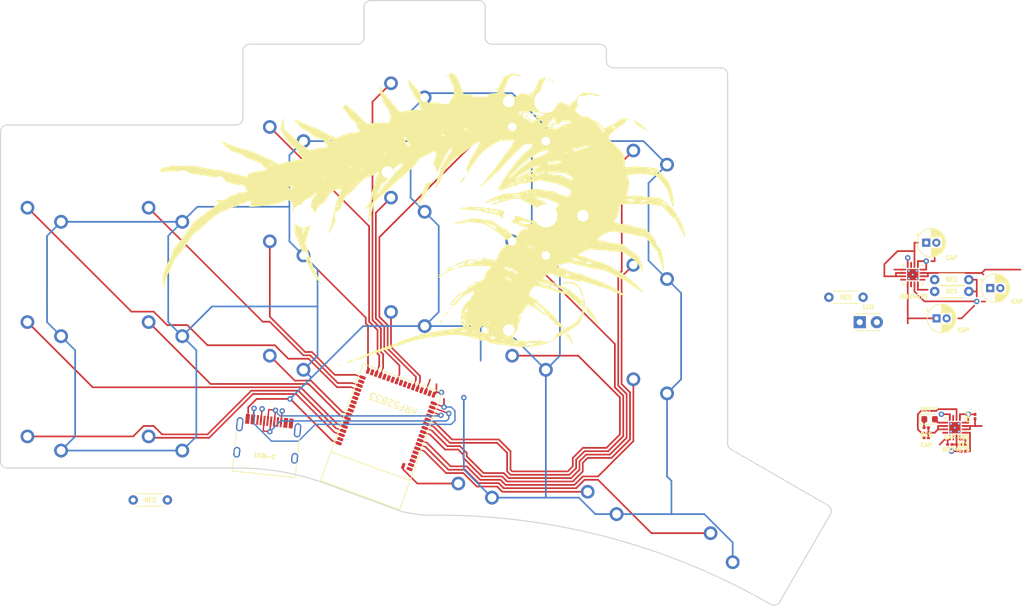
<source format=kicad_pcb>
(kicad_pcb (version 20211014) (generator pcbnew)
  (title_block (title "Custom Split Keyboard") (rev "v0.0.2") (company "Austin Rognes"))
  (layers (0 "F.Cu" signal) (31 "B.Cu" signal) (34 "B.Paste" user) (35 "F.Paste" user) (36 "B.SilkS" user "B.Silkscreen") (37 "F.SilkS" user "F.Silkscreen") (38 "B.Mask" user) (39 "F.Mask" user) (44 "Edge.Cuts" user))
  (net 0 "")
  (net 1 "GND")
  (net 2 "K1")
  (net 3 "K2")
  (net 4 "K3")
  (net 5 "K4")
  (net 6 "K5")
  (net 7 "K6")
  (net 8 "K7")
  (net 9 "K8")
  (net 10 "K9")
  (net 11 "K10")
  (net 12 "K11")
  (net 13 "K12")
  (net 14 "K13")
  (net 15 "VDDH")
  (net 16 "VBUS")
  (net 17 "D-")
  (net 18 "D+")
  (net 19 "K14")
  (net 20 "K15")
  (net 21 "K16")
  (net 22 "K17")
  (net 23 "K18")
  (net 24 "K19")
  (net 25 "K20")
  (net 26 "K21")
  (net 27 "VBAT")
  (footprint "PG1350" (layer "F.Cu") (at 130 109 180)
    (fp_text reference "S2" hide)
    (fp_text value "" hide)
  )
  (footprint "PG1350" (layer "F.Cu") (at 178.03 130.65 -15)
    (fp_text reference "S1" hide)
    (fp_text value "" hide)
  )
  (footprint "Capacitor_THT:CP_Radial_D4.0mm_P1.50mm" (layer "F.Cu") (at 232 102.75)
    (fp_text reference "CAP")
    (fp_text value "CAP")
  )
  (footprint "PG1350" (layer "F.Cu") (at 166 109 180)
    (fp_text reference "S2" hide)
    (fp_text value "" hide)
  )
  (footprint "Desktop:Untitled" (layer "F.Cu") (at 147 96.25)
    (fp_text reference "CENTIPEDE" hide)
    (fp_text value "LOGO" hide)
  )
  (footprint "PG1350" (layer "F.Cu") (at 158 128 180)
    (fp_text reference "S2" hide)
    (fp_text value "" hide)
  )
  (footprint "PG1350" (layer "F.Cu") (at 94 121 180)
    (fp_text reference "S2" hide)
    (fp_text value "" hide)
  )
  (footprint "Resistor_THT:R_Axial_DIN0204_L3.6mm_D1.6mm_P5.08mm_Horizontal" (layer "F.Cu") (at 104.71 134.25)
    (fp_text reference "RES")
    (fp_text value "RES")
  )
  (footprint "Resistor_SMD:R_0201_0603Metric" (layer "F.Cu") (at 228 127)
    (fp_text reference "RES")
    (fp_text value "R_0201_0603Metric")
  )
  (footprint "Capacitor_SMD:C_0201_0603Metric" (layer "F.Cu") (at 222.5 125 180)
    (fp_text reference "CAP")
    (fp_text value "C_0201_0603Metric")
  )
  (footprint "Resistor_SMD:R_0201_0603Metric" (layer "F.Cu") (at 222.5 123.5 180)
    (fp_text reference "RES")
    (fp_text value "R_0201_0603Metric")
  )
  (footprint "BQ24075TRGTT:QFN50P300X300X100-17N" (layer "F.Cu") (at 226.75 123.5 180)
    (fp_text reference "BQ24075")
    (fp_text value "BQ24075")
  )
  (footprint "PG1350" (layer "F.Cu") (at 178.03 130.65 165)
    (fp_text reference "S2" hide)
    (fp_text value "" hide)
  )
  (footprint "PG1350" (layer "F.Cu") (at 184 112.5 180)
    (fp_text reference "S2" hide)
    (fp_text value "" hide)
  )
  (footprint "LED_THT:LED_D1.8mm_W3.3mm_H2.4mm" (layer "F.Cu") (at 212.625 107.82)
    (fp_text reference "LED")
    (fp_text value "LED")
  )
  (footprint "PG1350" (layer "F.Cu") (at 166 109)
    (fp_text reference "S1" hide)
    (fp_text value "" hide)
  )
  (footprint "PG1350" (layer "F.Cu") (at 148 85.5)
    (fp_text reference "S1" hide)
    (fp_text value "" hide)
  )
  (footprint "PG1350" (layer "F.Cu") (at 166 92 180)
    (fp_text reference "S2" hide)
    (fp_text value "" hide)
  )
  (footprint "PG1350" (layer "F.Cu") (at 166 75 180)
    (fp_text reference "S2" hide)
    (fp_text value "" hide)
  )
  (footprint "PG1350" (layer "F.Cu") (at 94 121)
    (fp_text reference "S1" hide)
    (fp_text value "" hide)
  )
  (footprint "PG1350" (layer "F.Cu") (at 166 92)
    (fp_text reference "S1" hide)
    (fp_text value "" hide)
  )
  (footprint "Resistor_THT:R_Axial_DIN0204_L3.6mm_D1.6mm_P5.08mm_Horizontal" (layer "F.Cu") (at 208.04 104.11)
    (fp_text reference "RES")
    (fp_text value "RES")
  )
  (footprint "PG1350" (layer "F.Cu") (at 148 68.5 180)
    (fp_text reference "S2" hide)
    (fp_text value "" hide)
  )
  (footprint "Connector_USB:USB_C_Receptacle_HRO_TYPE-C-31-M-12" (layer "F.Cu") (at 124.5 126.557263 -6)
    (fp_text reference "USB-C")
    (fp_text value "USB_C")
  )
  (footprint "PG1350" (layer "F.Cu") (at 94 104 180)
    (fp_text reference "S2" hide)
    (fp_text value "" hide)
  )
  (footprint "0_ARognes:MS88SF3_Min" (layer "F.Cu") (at 141.563578 124.817251 160)
    (fp_text reference "nRF52833")
    (fp_text value "MS88SF3_Min")
  )
  (footprint "PG1350" (layer "F.Cu") (at 94 87 180)
    (fp_text reference "S2" hide)
    (fp_text value "" hide)
  )
  (footprint "PG1350" (layer "F.Cu") (at 196.7 138.39 -30)
    (fp_text reference "S1" hide)
    (fp_text value "" hide)
  )
  (footprint "PG1350" (layer "F.Cu") (at 112 104)
    (fp_text reference "S1" hide)
    (fp_text value "" hide)
  )
  (footprint "Capacitor_THT:CP_Radial_D4.0mm_P1.50mm" (layer "F.Cu") (at 224.027401 107.25)
    (fp_text reference "CAP")
    (fp_text value "CAP")
  )
  (footprint "Resistor_SMD:R_0201_0603Metric" (layer "F.Cu") (at 228 126)
    (fp_text reference "RES")
    (fp_text value "R_0201_0603Metric")
  )
  (footprint "PG1350" (layer "F.Cu") (at 148 102.5)
    (fp_text reference "S1" hide)
    (fp_text value "" hide)
  )
  (footprint "LED_SMD:LED_0603_1608Metric" (layer "F.Cu") (at 223 122.25)
    (fp_text reference "REF**")
    (fp_text value "LED_0603_1608Metric")
  )
  (footprint "Resistor_THT:R_Axial_DIN0204_L3.6mm_D1.6mm_P5.08mm_Horizontal" (layer "F.Cu") (at 223.75 103.25)
    (fp_text reference "RES")
    (fp_text value "RES")
  )
  (footprint "PG1350" (layer "F.Cu") (at 148 85.5 180)
    (fp_text reference "S2" hide)
    (fp_text value "" hide)
  )
  (footprint "PG1350" (layer "F.Cu") (at 130 75 180)
    (fp_text reference "S2" hide)
    (fp_text value "" hide)
  )
  (footprint "PG1350" (layer "F.Cu") (at 130 92 180)
    (fp_text reference "S2" hide)
    (fp_text value "" hide)
  )
  (footprint "PG1350" (layer "F.Cu") (at 112 87 180)
    (fp_text reference "S2" hide)
    (fp_text value "" hide)
  )
  (footprint "PG1350" (layer "F.Cu") (at 94 87)
    (fp_text reference "S1" hide)
    (fp_text value "" hide)
  )
  (footprint "PG1350" (layer "F.Cu") (at 130 109)
    (fp_text reference "S1" hide)
    (fp_text value "" hide)
  )
  (footprint "PG1350" (layer "F.Cu") (at 148 102.5 180)
    (fp_text reference "S2" hide)
    (fp_text value "" hide)
  )
  (footprint "PG1350" (layer "F.Cu") (at 184 95.5)
    (fp_text reference "S1" hide)
    (fp_text value "" hide)
  )
  (footprint "PG1350" (layer "F.Cu") (at 184 78.5 180)
    (fp_text reference "S2" hide)
    (fp_text value "" hide)
  )
  (footprint "PG1350" (layer "F.Cu") (at 184 95.5 180)
    (fp_text reference "S2" hide)
    (fp_text value "" hide)
  )
  (footprint "PG1350" (layer "F.Cu") (at 112 121 180)
    (fp_text reference "S2" hide)
    (fp_text value "" hide)
  )
  (footprint "Resistor_THT:R_Axial_DIN0204_L3.6mm_D1.6mm_P5.08mm_Horizontal" (layer "F.Cu") (at 223.75 101.5)
    (fp_text reference "RES")
    (fp_text value "RES")
  )
  (footprint "PG1350" (layer "F.Cu") (at 94 104)
    (fp_text reference "S1" hide)
    (fp_text value "" hide)
  )
  (footprint "Capacitor_SMD:C_0201_0603Metric" (layer "F.Cu") (at 229.75 121.845 90)
    (fp_text reference "CAP")
    (fp_text value "C_0201_0603Metric")
  )
  (footprint "PG1350" (layer "F.Cu") (at 130 92)
    (fp_text reference "S1" hide)
    (fp_text value "" hide)
  )
  (footprint "PG1350" (layer "F.Cu") (at 112 121)
    (fp_text reference "S1" hide)
    (fp_text value "" hide)
  )
  (footprint "PG1350" (layer "F.Cu") (at 158 128)
    (fp_text reference "S1" hide)
    (fp_text value "" hide)
  )
  (footprint "BQ24075TRGTT:QFN50P300X300X100-17N" (layer "F.Cu") (at 220.5 100.75 180)
    (fp_text reference "BQ24075")
    (fp_text value "BQ24075")
  )
  (footprint "PG1350" (layer "F.Cu") (at 196.7 138.39 150)
    (fp_text reference "S2" hide)
    (fp_text value "" hide)
  )
  (footprint "PG1350" (layer "F.Cu") (at 112 87)
    (fp_text reference "S1" hide)
    (fp_text value "" hide)
  )
  (footprint "PG1350" (layer "F.Cu") (at 130 75)
    (fp_text reference "S1" hide)
    (fp_text value "" hide)
  )
  (footprint "PG1350" (layer "F.Cu") (at 148 68.5)
    (fp_text reference "S1" hide)
    (fp_text value "" hide)
  )
  (footprint "Capacitor_THT:CP_Radial_D4.0mm_P1.50mm" (layer "F.Cu") (at 222.5 96)
    (fp_text reference "CAP")
    (fp_text value "CAP")
  )
  (footprint "PG1350" (layer "F.Cu") (at 112 104 180)
    (fp_text reference "S2" hide)
    (fp_text value "" hide)
  )
  (footprint "PG1350" (layer "F.Cu") (at 166 75)
    (fp_text reference "S1" hide)
    (fp_text value "" hide)
  )
  (footprint "PG1350" (layer "F.Cu") (at 184 112.5)
    (fp_text reference "S1" hide)
    (fp_text value "" hide)
  )
  (footprint "PG1350" (layer "F.Cu") (at 184 78.5)
    (fp_text reference "S1" hide)
    (fp_text value "" hide)
  )
  (footprint "Capacitor_SMD:C_0201_0603Metric" (layer "F.Cu") (at 226 126)
    (fp_text reference "CAP")
    (fp_text value "C_0201_0603Metric")
  )
  (gr_line (start 139 61) (end 139 65.5) (layer "Edge.Cuts") (width 0.15))
  (gr_line (start 175 69) (end 175 67.5) (layer "Edge.Cuts") (width 0.15))
  (gr_arc (start 158 66.5) (mid 157.292893 66.207107) (end 157 65.5) (layer "Edge.Cuts") (width 0.15))
  (gr_arc (start 176 70) (mid 175.292893 69.707107) (end 175 69) (layer "Edge.Cuts") (width 0.15))
  (gr_line (start 192 70) (end 176 70) (layer "Edge.Cuts") (width 0.15))
  (gr_arc (start 86 129.5) (mid 85.292893 129.207107) (end 85 128.5) (layer "Edge.Cuts") (width 0.15))
  (gr_line (start 174 66.5) (end 158 66.5) (layer "Edge.Cuts") (width 0.15))
  (gr_arc (start 149 136.51) (mid 175.078698 139.752934) (end 199.379999 149.756025) (layer "Edge.Cuts") (width 0.15))
  (gr_line (start 132.7 131.6) (end 144.4 135.9) (layer "Edge.Cuts") (width 0.15))
  (gr_arc (start 120 129.5) (mid 126.441432 129.997057) (end 132.7 131.6) (layer "Edge.Cuts") (width 0.15))
  (gr_arc (start 193.52 126.74) (mid 193.139935 126.377564) (end 193 125.871374) (layer "Edge.Cuts") (width 0.15))
  (gr_arc (start 174 66.5) (mid 174.707107 66.792893) (end 175 67.5) (layer "Edge.Cuts") (width 0.15))
  (gr_line (start 207.881923 135.029988) (end 193.52 126.74) (layer "Edge.Cuts") (width 0.15))
  (gr_line (start 138 66.5) (end 122 66.5) (layer "Edge.Cuts") (width 0.15))
  (gr_arc (start 192 70) (mid 192.707107 70.292893) (end 193 71) (layer "Edge.Cuts") (width 0.15))
  (gr_line (start 157 65.5) (end 157 61) (layer "Edge.Cuts") (width 0.15))
  (gr_arc (start 85 79.5) (mid 85.292893 78.792893) (end 86 78.5) (layer "Edge.Cuts") (width 0.15))
  (gr_line (start 86 78.5) (end 120 78.5) (layer "Edge.Cuts") (width 0.15))
  (gr_line (start 85 128.5) (end 85 79.5) (layer "Edge.Cuts") (width 0.15))
  (gr_arc (start 121 77.5) (mid 120.707107 78.207107) (end 120 78.5) (layer "Edge.Cuts") (width 0.15))
  (gr_arc (start 121 67.5) (mid 121.292893 66.792893) (end 122 66.5) (layer "Edge.Cuts") (width 0.15))
  (gr_line (start 121 67.5) (end 121 77.5) (layer "Edge.Cuts") (width 0.15))
  (gr_line (start 156 60) (end 140 60) (layer "Edge.Cuts") (width 0.15))
  (gr_arc (start 207.881923 135.029988) (mid 208.349989 135.64) (end 208.246719 136.401934) (layer "Edge.Cuts") (width 0.15))
  (gr_arc (start 139 61) (mid 139.292893 60.292893) (end 140 60) (layer "Edge.Cuts") (width 0.15))
  (gr_line (start 193 125.871374) (end 193 71) (layer "Edge.Cuts") (width 0.15))
  (gr_arc (start 156 60) (mid 156.707107 60.292893) (end 157 61) (layer "Edge.Cuts") (width 0.15))
  (gr_arc (start 139 65.5) (mid 138.707107 66.207107) (end 138 66.5) (layer "Edge.Cuts") (width 0.15))
  (gr_arc (start 200.746025 149.389999) (mid 200.138819 149.855926) (end 199.379999 149.756025) (layer "Edge.Cuts") (width 0.15))
  (gr_arc (start 149 136.51) (mid 146.679219 136.361702) (end 144.4 135.9) (layer "Edge.Cuts") (width 0.15))
  (gr_line (start 86 129.5) (end 120 129.5) (layer "Edge.Cuts") (width 0.15))
  (gr_line (start 200.746025 149.389999) (end 208.246719 136.401934) (layer "Edge.Cuts") (width 0.15))
  (segment (start 218 100.5) (end 219.065 100.5) (width 0.25) (layer "F.Cu") (net 0))
  (segment (start 231.25 100) (end 236.5 100) (width 0.25) (layer "F.Cu") (net 0))
  (segment (start 227.75 107.25) (end 229.625443 105.374557) (width 0.25) (layer "F.Cu") (net 0))
  (segment (start 220.75 99.315) (end 220.75 97.25) (width 0.25) (layer "F.Cu") (net 0))
  (segment (start 230 104) (end 230 103) (width 0.25) (layer "F.Cu") (net 0))
  (segment (start 220.75 96) (end 221.25 96) (width 0.25) (layer "F.Cu") (net 0))
  (segment (start 224.5 100.5) (end 222.75 100.5) (width 0.25) (layer "F.Cu") (net 0))
  (segment (start 230.75 100.5) (end 231.25 100) (width 0.25) (layer "F.Cu") (net 0))
  (segment (start 218.24 97.25) (end 216.28 99.21) (width 0.25) (layer "F.Cu") (net 0))
  (segment (start 230 103) (end 230 101.5) (width 0.25) (layer "F.Cu") (net 0))
  (segment (start 222.75 100.5) (end 221.935 100.5) (width 0.25) (layer "F.Cu") (net 0))
  (segment (start 230.75 100.5) (end 231 100.75) (width 0.25) (layer "F.Cu") (net 0))
  (segment (start 222.75 101) (end 222.75 100.5) (width 0.25) (layer "F.Cu") (net 0))
  (segment (start 219.75 107.25) (end 219.75 108) (width 0.25) (layer "F.Cu") (net 0))
  (segment (start 216.25 101) (end 218 101) (width 0.25) (layer "F.Cu") (net 0))
  (segment (start 219.065 101) (end 218 101) (width 0.25) (layer "F.Cu") (net 0))
  (segment (start 219.065 100) (end 217.75 100) (width 0.25) (layer "F.Cu") (net 0))
  (segment (start 223.75 98.25) (end 223.75 98.75) (width 0.25) (layer "F.Cu") (net 0))
  (segment (start 221.935 101) (end 222.75 101) (width 0.25) (layer "F.Cu") (net 0))
  (segment (start 123.679665 122.403762) (end 123.857886 120.708102) (width 0.2) (layer "F.Cu") (net 0))
  (segment (start 216.28 99.21) (end 216.28 100.97) (width 0.25) (layer "F.Cu") (net 0))
  (segment (start 230 103.25) (end 228.83 103.25) (width 0.25) (layer "F.Cu") (net 0))
  (segment (start 220.75 97.25) (end 220.75 96) (width 0.25) (layer "F.Cu") (net 0))
  (segment (start 224.5 100.5) (end 230.75 100.5) (width 0.25) (layer "F.Cu") (net 0))
  (segment (start 227.25 107.25) (end 227.75 107.25) (width 0.25) (layer "F.Cu") (net 0))
  (segment (start 220.75 97.25) (end 218.24 97.25) (width 0.25) (layer "F.Cu") (net 0))
  (segment (start 219.75 102.185) (end 219.75 107.25) (width 0.25) (layer "F.Cu") (net 0))
  (segment (start 223.75 98.75) (end 223.25 98.75) (width 0.25) (layer "F.Cu") (net 0))
  (segment (start 126.663231 122.717347) (end 126.841453 121.021687) (width 0.2) (layer "F.Cu") (net 0))
  (segment (start 230 101.5) (end 228.83 101.5) (width 0.25) (layer "F.Cu") (net 0))
  (segment (start 218 101) (end 218 100.5) (width 0.25) (layer "F.Cu") (net 0))
  (segment (start 231.25 104.75) (end 230.75 104.75) (width 0.25) (layer "F.Cu") (net 0))
  (segment (start 219.75 107.25) (end 224.027401 107.25) (width 0.25) (layer "F.Cu") (net 0))
  (via (at 123.857886 120.708102) (size 0.8) (drill 0.4) (layers "F.Cu" "B.Cu") (net 0))
  (via (at 126.841453 121.021687) (size 0.8) (drill 0.4) (layers "F.Cu" "B.Cu") (net 0))
  (segment (start 139.584348 108.334348) (end 139.25 108) (width 0.25) (layer "F.Cu") (net 1))
  (segment (start 228.775 121.525) (end 228.75 121.5) (width 0.25) (layer "F.Cu") (net 1))
  (segment (start 221.935 100) (end 222.5 100) (width 0.25) (layer "F.Cu") (net 1))
  (segment (start 128 119.2245) (end 123.042514 119.2245) (width 0.25) (layer "F.Cu") (net 1))
  (segment (start 139.584348 115.051359) (end 139.584348 108.334348) (width 0.25) (layer "F.Cu") (net 1))
  (segment (start 219.75 99.315) (end 219.75 98.25) (width 0.25) (layer "F.Cu") (net 1))
  (segment (start 221.25 98.75) (end 222.5 98.75) (width 0.25) (layer "F.Cu") (net 1))
  (segment (start 228.185 124.25) (end 229 124.25) (width 0.25) (layer "F.Cu") (net 1))
  (segment (start 226 121.5) (end 224.75 121.5) (width 0.25) (layer "F.Cu") (net 1))
  (segment (start 228.32 125.32) (end 228.32 126) (width 0.25) (layer "F.Cu") (net 1))
  (segment (start 227.5 122.065) (end 227.5 121.5) (width 0.25) (layer "F.Cu") (net 1))
  (segment (start 226.32 126) (end 227 126) (width 0.25) (layer "F.Cu") (net 1))
  (segment (start 222.5 100) (end 222.5 98.75) (width 0.25) (layer "F.Cu") (net 1))
  (segment (start 227.68 127) (end 226.25 127) (width 0.25) (layer "F.Cu") (net 1))
  (segment (start 221.25 103) (end 222.725489 103) (width 0.25) (layer "F.Cu") (net 1))
  (segment (start 227 127) (end 227 126) (width 0.25) (layer "F.Cu") (net 1))
  (segment (start 139.25 107.15) (end 130 97.9) (width 0.25) (layer "F.Cu") (net 1))
  (segment (start 149.715519 118.25) (end 149.357151 118.608368) (width 0.25) (layer "F.Cu") (net 1))
  (segment (start 139.25 108) (end 139.25 107.15) (width 0.25) (layer "F.Cu") (net 1))
  (segment (start 149.75 117.0325) (end 149.75 118.215519) (width 0.25) (layer "F.Cu") (net 1))
  (segment (start 228.185 122.75) (end 228.75 122.75) (width 0.25) (layer "F.Cu") (net 1))
  (segment (start 227.5 125.25) (end 228.25 125.25) (width 0.25) (layer "F.Cu") (net 1))
  (segment (start 220.75 103.25) (end 222.2245 104.7245) (width 0.25) (layer "F.Cu") (net 1))
  (segment (start 121.790446 120.476568) (end 121.790446 121.244936) (width 0.25) (layer "F.Cu") (net 1))
  (segment (start 150.5 118.25) (end 149.715519 118.25) (width 0.25) (layer "F.Cu") (net 1))
  (segment (start 228.25 125.25) (end 228.32 125.32) (width 0.25) (layer "F.Cu") (net 1))
  (segment (start 227.5 121.5) (end 228.75 121.5) (width 0.25) (layer "F.Cu") (net 1))
  (segment (start 135.241037 125.814985) (end 134.283522 125.466478) (width 0.2) (layer "F.Cu") (net 1))
  (segment (start 229 124.25) (end 229 127) (width 0.25) (layer "F.Cu") (net 1))
  (segment (start 229.75 121.525) (end 228.775 121.525) (width 0.25) (layer "F.Cu") (net 1))
  (segment (start 123.042514 119.2245) (end 121.790446 120.476568) (width 0.25) (layer "F.Cu") (net 1))
  (segment (start 121.690621 122.194705) (end 121.790446 121.244936) (width 0.2) (layer "F.Cu") (net 1))
  (segment (start 226 122.065) (end 226 121.5) (width 0.25) (layer "F.Cu") (net 1))
  (segment (start 221.25 102.185) (end 221.25 103) (width 0.25) (layer "F.Cu") (net 1))
  (segment (start 227.5 124.935) (end 227.5 125.25) (width 0.25) (layer "F.Cu") (net 1))
  (segment (start 227 126) (end 227 124.935) (width 0.25) (layer "F.Cu") (net 1))
  (segment (start 220.75 103.25) (end 220.75 102.185) (width 0.25) (layer "F.Cu") (net 1))
  (segment (start 128 119.2245) (end 128.041544 119.2245) (width 0.25) (layer "F.Cu") (net 1))
  (segment (start 222.2245 104.7245) (end 230 104.7245) (width 0.25) (layer "F.Cu") (net 1))
  (segment (start 227.68 126) (end 227 126) (width 0.25) (layer "F.Cu") (net 1))
  (segment (start 128.041544 119.2245) (end 134.283522 125.466478) (width 0.25) (layer "F.Cu") (net 1))
  (segment (start 149.75 118.215519) (end 149.357151 118.608368) (width 0.25) (layer "F.Cu") (net 1))
  (segment (start 221.25 99.315) (end 221.25 98.75) (width 0.25) (layer "F.Cu") (net 1))
  (segment (start 229 127) (end 228.32 127) (width 0.25) (layer "F.Cu") (net 1))
  (segment (start 228.75 122.75) (end 228.75 121.5) (width 0.25) (layer "F.Cu") (net 1))
  (via (at 153.82 119.0325) (size 0.8) (drill 0.4) (layers "F.Cu" "B.Cu") (net 1))
  (via (at 128 119.2245) (size 0.8) (drill 0.4) (layers "F.Cu" "B.Cu") (net 1))
  (via (at 222.5 98.75) (size 0.8) (drill 0.4) (layers "F.Cu" "B.Cu") (net 1))
  (via (at 228.75 121.5) (size 0.8) (drill 0.4) (layers "F.Cu" "B.Cu") (net 1))
  (via (at 226.25 127) (size 0.8) (drill 0.4) (layers "F.Cu" "B.Cu") (net 1))
  (via (at 150.5 118.25) (size 0.8) (drill 0.4) (layers "F.Cu" "B.Cu") (net 1))
  (via (at 224.75 121.5) (size 0.8) (drill 0.4) (layers "F.Cu" "B.Cu") (net 1))
  (via (at 230 104.7245) (size 0.8) (drill 0.4) (layers "F.Cu" "B.Cu") (net 1))
  (via (at 219.75 98.25) (size 0.8) (drill 0.4) (layers "F.Cu" "B.Cu") (net 1))
  (segment (start 166 114.9) (end 161.325421 110.225421) (width 0.25) (layer "B.Cu") (net 1))
  (segment (start 148 74.4) (end 148.625421 73.774579) (width 0.25) (layer "B.Cu") (net 1))
  (segment (start 168.089021 99.989021) (end 166 97.9) (width 0.25) (layer "B.Cu") (net 1))
  (segment (start 96.089021 124.810979) (end 96.089021 111.989021) (width 0.25) (layer "B.Cu") (net 1))
  (segment (start 170.9 133.9) (end 165.85 133.9) (width 0.25) (layer "B.Cu") (net 1))
  (segment (start 127.910979 95.810979) (end 127.910979 90.660979) (width 0.25) (layer "B.Cu") (net 1))
  (segment (start 131.25 116) (end 138.85 108.4) (width 0.25) (layer "B.Cu") (net 1))
  (segment (start 193.75 143.49955) (end 193.75 140.565254) (width 0.25) (layer "B.Cu") (net 1))
  (segment (start 91.910979 94.989021) (end 94 92.9) (width 0.25) (layer "B.Cu") (net 1))
  (segment (start 112 109.9) (end 109.910979 107.810979) (width 0.25) (layer "B.Cu") (net 1))
  (segment (start 148 91.4) (end 150.089021 93.489021) (width 0.25) (layer "B.Cu") (net 1))
  (segment (start 127.910979 90.660979) (end 127.910979 82.989021) (width 0.25) (layer "B.Cu") (net 1))
  (segment (start 94 109.9) (end 91.910979 107.810979) (width 0.25) (layer "B.Cu") (net 1))
  (segment (start 91.910979 107.810979) (end 91.910979 94.989021) (width 0.25) (layer "B.Cu") (net 1))
  (segment (start 166 133.75) (end 165.85 133.9) (width 0.25) (layer "B.Cu") (net 1))
  (segment (start 132.089021 105.480979) (end 132.089021 99.989021) (width 0.25) (layer "B.Cu") (net 1))
  (segment (start 145.910979 76.489021) (end 145.910979 80.910979) (width 0.25) (layer "B.Cu") (net 1))
  (segment (start 193.75 140.565254) (end 189.533708 136.348962) (width 0.25) (layer "B.Cu") (net 1))
  (segment (start 166 114.9) (end 166 133.75) (width 0.25) (layer "B.Cu") (net 1))
  (segment (start 131.1 116) (end 131.25 116) (width 0.25) (layer "B.Cu") (net 1))
  (segment (start 94 126.9) (end 112 126.9) (width 0.25) (layer "B.Cu") (net 1))
  (segment (start 156.32 113.5325) (end 156.32 108.43) (width 0.25) (layer "B.Cu") (net 1))
  (segment (start 120.999021 105.480979) (end 116.419021 105.480979) (width 0.25) (layer "B.Cu") (net 1))
  (segment (start 166 97.9) (end 163.910979 95.810979) (width 0.25) (layer "B.Cu") (net 1))
  (segment (start 94 126.9) (end 96.089021 124.810979) (width 0.25) (layer "B.Cu") (net 1))
  (segment (start 163.910979 82.989021) (end 166 80.9) (width 0.25) (layer "B.Cu") (net 1))
  (segment (start 184 118.4) (end 186.089021 116.310979) (width 0.25) (layer "B.Cu") (net 1))
  (segment (start 145.910979 89.310979) (end 148 91.4) (width 0.25) (layer "B.Cu") (net 1))
  (segment (start 158.15 108.4) (end 156.35 108.4) (width 0.25) (layer "B.Cu") (net 1))
  (segment (start 184 101.4) (end 181.25 98.65) (width 0.25) (layer "B.Cu") (net 1))
  (segment (start 181.25 87.15) (end 184 84.4) (width 0.25) (layer "B.Cu") (net 1))
  (segment (start 148 74.4) (end 145.910979 76.489021) (width 0.25) (layer "B.Cu") (net 1))
  (segment (start 166 78.766992) (end 166 80.9) (width 0.25) (layer "B.Cu") (net 1))
  (segment (start 180.5 80.9) (end 184 84.4) (width 0.25) (layer "B.Cu") (net 1))
  (segment (start 94 92.9) (end 112 92.9) (width 0.25) (layer "B.Cu") (net 1))
  (segment (start 130 117.2245) (end 130.0255 117.2245) (width 0.25) (layer "B.Cu") (net 1))
  (segment (start 184 130.75) (end 184.651038 131.401038) (width 0.25) (layer "B.Cu") (net 1))
  (segment (start 116.419021 105.480979) (end 112 109.9) (width 0.25) (layer "B.Cu") (net 1))
  (segment (start 184 118.4) (end 184 130.75) (width 0.25) (layer "B.Cu") (net 1))
  (segment (start 130 114.9) (end 131.1 116) (width 0.25) (layer "B.Cu") (net 1))
  (segment (start 112 126.9) (end 114.089021 124.810979) (width 0.25) (layer "B.Cu") (net 1))
  (segment (start 109.910979 107.810979) (end 109.910979 94.989021) (width 0.25) (layer "B.Cu") (net 1))
  (segment (start 150.089021 93.489021) (end 150.089021 106.310979) (width 0.25) (layer "B.Cu") (net 1))
  (segment (start 130 97.9) (end 127.910979 95.810979) (width 0.25) (layer "B.Cu") (net 1))
  (segment (start 132.089021 105.480979) (end 120.999021 105.480979) (width 0.25) (layer "B.Cu") (net 1))
  (segment (start 189.533708 136.348962) (end 184.651038 136.348962) (width 0.25) (layer "B.Cu") (net 1))
  (segment (start 186.089021 116.310979) (end 186.089021 103.489021) (width 0.25) (layer "B.Cu") (net 1))
  (segment (start 130 114.9) (end 132.089021 112.810979) (width 0.25) (layer "B.Cu") (net 1))
  (segment (start 161.325421 110.225421) (end 159.975421 110.225421) (width 0.25) (layer "B.Cu") (net 1))
  (segment (start 161.007587 73.774579) (end 166 78.766992) (width 0.25) (layer "B.Cu") (net 1))
  (segment (start 132.089021 99.989021) (end 130 97.9) (width 0.25) (layer "B.Cu") (net 1))
  (segment (start 184.651038 131.401038) (end 184.651038 136.348962) (width 0.25) (layer "B.Cu") (net 1))
  (segment (start 156.32 108.43) (end 156.35 108.4) (width 0.25) (layer "B.Cu") (net 1))
  (segment (start 156.35 108.4) (end 148 108.4) (width 0.25) (layer "B.Cu") (net 1))
  (segment (start 114.089021 111.989021) (end 112 109.9) (width 0.25) (layer "B.Cu") (net 1))
  (segment (start 114.089021 124.810979) (end 114.089021 111.989021) (width 0.25) (layer "B.Cu") (net 1))
  (segment (start 163.910979 95.810979) (end 163.910979 82.989021) (width 0.25) (layer "B.Cu") (net 1))
  (segment (start 130 80.9) (end 145.9 80.9) (width 0.25) (layer "B.Cu") (net 1))
  (segment (start 184 118.4) (end 184.651038 119.051038) (width 0.25) (layer "B.Cu") (net 1))
  (segment (start 153.82 129.72) (end 158 133.9) (width 0.25) (layer "B.Cu") (net 1))
  (segment (start 176.502968 136.348962) (end 173.348962 136.348962) (width 0.25) (layer "B.Cu") (net 1))
  (segment (start 159.975421 110.225421) (end 158.15 108.4) (width 0.25) (layer "B.Cu") (net 1))
  (segment (start 148.625421 73.774579) (end 161.007587 73.774579) (width 0.25) (layer "B.Cu") (net 1))
  (segment (start 132.089021 112.810979) (end 132.089021 105.480979) (width 0.25) (layer "B.Cu") (net 1))
  (segment (start 184.651038 136.348962) (end 176.502968 136.348962) (width 0.25) (layer "B.Cu") (net 1))
  (segment (start 145.9 80.9) (end 145.910979 80.910979) (width 0.25) (layer "B.Cu") (net 1))
  (segment (start 186.089021 103.489021) (end 184 101.4) (width 0.25) (layer "B.Cu") (net 1))
  (segment (start 181.25 98.65) (end 181.25 87.15) (width 0.25) (layer "B.Cu") (net 1))
  (segment (start 150.089021 106.310979) (end 148 108.4) (width 0.25) (layer "B.Cu") (net 1))
  (segment (start 109.910979 94.989021) (end 112 92.9) (width 0.25) (layer "B.Cu") (net 1))
  (segment (start 112.15 109.75) (end 112 109.9) (width 0.25) (layer "B.Cu") (net 1))
  (segment (start 153.82 119.0325) (end 153.82 129.72) (width 0.25) (layer "B.Cu") (net 1))
  (segment (start 114.239021 90.660979) (end 127.910979 90.660979) (width 0.25) (layer "B.Cu") (net 1))
  (segment (start 166 114.9) (end 168.089021 112.810979) (width 0.25) (layer "B.Cu") (net 1))
  (segment (start 112 92.9) (end 114.239021 90.660979) (width 0.25) (layer "B.Cu") (net 1))
  (segment (start 127.910979 82.989021) (end 130 80.9) (width 0.25) (layer "B.Cu") (net 1))
  (segment (start 121 105.48) (end 120.999021 105.480979) (width 0.25) (layer "B.Cu") (net 1))
  (segment (start 145.910979 80.910979) (end 145.910979 89.310979) (width 0.25) (layer "B.Cu") (net 1))
  (segment (start 173.348962 136.348962) (end 170.9 133.9) (width 0.25) (layer "B.Cu") (net 1))
  (segment (start 138.85 108.4) (end 148 108.4) (width 0.25) (layer "B.Cu") (net 1))
  (segment (start 128 119.2245) (end 130 117.2245) (width 0.25) (layer "B.Cu") (net 1))
  (segment (start 165.85 133.9) (end 158 133.9) (width 0.25) (layer "B.Cu") (net 1))
  (segment (start 130.0255 117.2245) (end 131.25 116) (width 0.25) (layer "B.Cu") (net 1))
  (segment (start 96.089021 111.989021) (end 94 109.9) (width 0.25) (layer "B.Cu") (net 1))
  (segment (start 168.089021 112.810979) (end 168.089021 99.989021) (width 0.25) (layer "B.Cu") (net 1))
  (segment (start 166 80.9) (end 180.5 80.9) (width 0.25) (layer "B.Cu") (net 1))
  (segment (start 107 124.8) (end 107.2 125) (width 0.25) (layer "F.Cu") (net 2))
  (segment (start 135.685663 124.593385) (end 134.605017 124.200062) (width 0.2) (layer "F.Cu") (net 2))
  (segment (start 116 125) (end 122.5 118.5) (width 0.25) (layer "F.Cu") (net 2))
  (segment (start 128.904955 118.5) (end 134.605017 124.200062) (width 0.25) (layer "F.Cu") (net 2))
  (segment (start 122.5 118.5) (end 128.904955 118.5) (width 0.25) (layer "F.Cu") (net 2))
  (segment (start 107.2 125) (end 116 125) (width 0.25) (layer "F.Cu") (net 2))
  (segment (start 135.907976 123.982585) (end 134.82733 123.589261) (width 0.2) (layer "F.Cu") (net 3))
  (segment (start 115.75 124.5) (end 122.25 118) (width 0.25) (layer "F.Cu") (net 3))
  (segment (start 129.238069 118) (end 134.82733 123.589261) (width 0.25) (layer "F.Cu") (net 3))
  (segment (start 104.7 124.8) (end 106.25 123.25) (width 0.25) (layer "F.Cu") (net 3))
  (segment (start 89 124.8) (end 104.7 124.8) (width 0.25) (layer "F.Cu") (net 3))
  (segment (start 109 124.5) (end 115.75 124.5) (width 0.25) (layer "F.Cu") (net 3))
  (segment (start 106.25 123.25) (end 107.75 123.25) (width 0.25) (layer "F.Cu") (net 3))
  (segment (start 107.75 123.25) (end 109 124.5) (width 0.25) (layer "F.Cu") (net 3))
  (segment (start 122.25 118) (end 129.238069 118) (width 0.25) (layer "F.Cu") (net 3))
  (segment (start 136.130289 123.371784) (end 135.049643 122.978461) (width 0.2) (layer "F.Cu") (net 4))
  (segment (start 129.571182 117.5) (end 135.049643 122.978461) (width 0.25) (layer "F.Cu") (net 4))
  (segment (start 89 107.8) (end 98.7 117.5) (width 0.25) (layer "F.Cu") (net 4))
  (segment (start 98.7 117.5) (end 129.571182 117.5) (width 0.25) (layer "F.Cu") (net 4))
  (segment (start 116.2 117) (end 130.767292 117) (width 0.25) (layer "F.Cu") (net 5))
  (segment (start 136.574916 122.150184) (end 135.541254 121.773962) (width 0.2) (layer "F.Cu") (net 5))
  (segment (start 107 107.8) (end 116.2 117) (width 0.25) (layer "F.Cu") (net 5))
  (segment (start 130.767292 117) (end 135.541254 121.773962) (width 0.25) (layer "F.Cu") (net 5))
  (segment (start 136.797229 121.539384) (end 135.763567 121.163162) (width 0.2) (layer "F.Cu") (net 6))
  (segment (start 125 112.8) (end 128.7 116.5) (width 0.25) (layer "F.Cu") (net 6))
  (segment (start 125.7 112.8) (end 125.75 112.75) (width 0.25) (layer "F.Cu") (net 6))
  (segment (start 125 112.8) (end 125.7 112.8) (width 0.25) (layer "F.Cu") (net 6))
  (segment (start 128.7 116.5) (end 131.100405 116.5) (width 0.25) (layer "F.Cu") (net 6))
  (segment (start 131.100405 116.5) (end 135.763567 121.163162) (width 0.25) (layer "F.Cu") (net 6))
  (segment (start 89 90.8) (end 104.45 106.25) (width 0.25) (layer "F.Cu") (net 7))
  (segment (start 138.131107 117.874583) (end 137.050461 117.481259) (width 0.2) (layer "F.Cu") (net 7))
  (segment (start 112.75 108.25) (end 115.75 111.25) (width 0.25) (layer "F.Cu") (net 7))
  (segment (start 104.45 106.25) (end 107.75 106.25) (width 0.25) (layer "F.Cu") (net 7))
  (segment (start 115.75 111.25) (end 125.75 111.25) (width 0.25) (layer "F.Cu") (net 7))
  (segment (start 127.75 113.25) (end 130.75 113.25) (width 0.25) (layer "F.Cu") (net 7))
  (segment (start 107.75 106.25) (end 109.75 108.25) (width 0.25) (layer "F.Cu") (net 7))
  (segment (start 134.981259 117.481259) (end 137.050461 117.481259) (width 0.25) (layer "F.Cu") (net 7))
  (segment (start 130.75 113.25) (end 134.981259 117.481259) (width 0.25) (layer "F.Cu") (net 7))
  (segment (start 125.75 111.25) (end 127.75 113.25) (width 0.25) (layer "F.Cu") (net 7))
  (segment (start 109.75 108.25) (end 112.75 108.25) (width 0.25) (layer "F.Cu") (net 7))
  (segment (start 107 90.8) (end 123.95 107.75) (width 0.25) (layer "F.Cu") (net 8))
  (segment (start 123.95 107.75) (end 124.983008 107.75) (width 0.25) (layer "F.Cu") (net 8))
  (segment (start 124.983008 107.75) (end 129.983008 112.75) (width 0.25) (layer "F.Cu") (net 8))
  (segment (start 131 112.75) (end 135.120459 116.870459) (width 0.25) (layer "F.Cu") (net 8))
  (segment (start 138.35342 117.263782) (end 137.272774 116.870459) (width 0.2) (layer "F.Cu") (net 8))
  (segment (start 129.983008 112.75) (end 131 112.75) (width 0.25) (layer "F.Cu") (net 8))
  (segment (start 135.120459 116.870459) (end 137.272774 116.870459) (width 0.25) (layer "F.Cu") (net 8))
  (segment (start 131.25 112.25) (end 134.648859 115.648859) (width 0.25) (layer "F.Cu") (net 9))
  (segment (start 125 95.8) (end 125 107) (width 0.25) (layer "F.Cu") (net 9))
  (segment (start 125 107) (end 130.25 112.25) (width 0.25) (layer "F.Cu") (net 9))
  (segment (start 134.648859 115.648859) (end 137.7174 115.648859) (width 0.25) (layer "F.Cu") (net 9))
  (segment (start 138.798047 116.042182) (end 137.7174 115.648859) (width 0.2) (layer "F.Cu") (net 9))
  (segment (start 130.25 112.25) (end 131.25 112.25) (width 0.25) (layer "F.Cu") (net 9))
  (segment (start 141.25 114.334726) (end 141.216372 114.368354) (width 0.25) (layer "F.Cu") (net 10))
  (segment (start 140.805948 115.495985) (end 141.216372 114.368354) (width 0.2) (layer "F.Cu") (net 10))
  (segment (start 141.25 112.75) (end 141.25 114.334726) (width 0.25) (layer "F.Cu") (net 10))
  (segment (start 139.75 107.75) (end 141 109) (width 0.25) (layer "F.Cu") (net 10))
  (segment (start 125 78.8) (end 139.75 93.55) (width 0.25) (layer "F.Cu") (net 10))
  (segment (start 141 112.5) (end 141.25 112.75) (width 0.25) (layer "F.Cu") (net 10))
  (segment (start 141 109) (end 141 112.5) (width 0.25) (layer "F.Cu") (net 10))
  (segment (start 139.75 93.55) (end 139.75 107.75) (width 0.25) (layer "F.Cu") (net 10))
  (segment (start 141.827173 112.577173) (end 141.827173 114.590667) (width 0.25) (layer "F.Cu") (net 11))
  (segment (start 141.416748 115.718298) (end 141.827173 114.590667) (width 0.2) (layer "F.Cu") (net 11))
  (segment (start 141.5 112.25) (end 141.827173 112.577173) (width 0.25) (layer "F.Cu") (net 11))
  (segment (start 140.25 75.05) (end 140.25 107.5) (width 0.25) (layer "F.Cu") (net 11))
  (segment (start 140.25 107.5) (end 141.5 108.75) (width 0.25) (layer "F.Cu") (net 11))
  (segment (start 143 72.3) (end 140.25 75.05) (width 0.25) (layer "F.Cu") (net 11))
  (segment (start 141.5 108.75) (end 141.5 112.25) (width 0.25) (layer "F.Cu") (net 11))
  (segment (start 142 108.5) (end 142 112) (width 0.25) (layer "F.Cu") (net 12))
  (segment (start 140.75 91.55) (end 140.75 107.25) (width 0.25) (layer "F.Cu") (net 12))
  (segment (start 140.75 107.25) (end 142 108.5) (width 0.25) (layer "F.Cu") (net 12))
  (segment (start 142 112) (end 144.253272 114.253272) (width 0.25) (layer "F.Cu") (net 12))
  (segment (start 143 89.3) (end 140.75 91.55) (width 0.25) (layer "F.Cu") (net 12))
  (segment (start 144.253272 114.253272) (end 144.253272 115.526904) (width 0.25) (layer "F.Cu") (net 12))
  (segment (start 143.859949 116.60755) (end 144.253272 115.526904) (width 0.2) (layer "F.Cu") (net 12))
  (segment (start 141.274579 107.024579) (end 142.5 108.25) (width 0.25) (layer "F.Cu") (net 13))
  (segment (start 142.5 108.25) (end 142.5 111.75) (width 0.25) (layer "F.Cu") (net 13))
  (segment (start 157.654323 78.8) (end 141.274579 95.179744) (width 0.25) (layer "F.Cu") (net 13))
  (segment (start 141.274579 95.179744) (end 141.274579 107.024579) (width 0.25) (layer "F.Cu") (net 13))
  (segment (start 146.30315 117.496803) (end 146.696473 116.416156) (width 0.2) (layer "F.Cu") (net 13))
  (segment (start 146.696473 115.946473) (end 146.696473 116.416156) (width 0.25) (layer "F.Cu") (net 13))
  (segment (start 161 78.8) (end 157.654323 78.8) (width 0.25) (layer "F.Cu") (net 13))
  (segment (start 142.5 111.75) (end 146.696473 115.946473) (width 0.25) (layer "F.Cu") (net 13))
  (segment (start 147.307273 115.807273) (end 147.307273 116.638469) (width 0.25) (layer "F.Cu") (net 14))
  (segment (start 146.91395 117.719116) (end 147.307273 116.638469) (width 0.2) (layer "F.Cu") (net 14))
  (segment (start 143 111.5) (end 147.307273 115.807273) (width 0.25) (layer "F.Cu") (net 14))
  (segment (start 143 106.3) (end 143 111.5) (width 0.25) (layer "F.Cu") (net 14))
  (segment (start 224 121) (end 221.75 121) (width 0.25) (layer "F.Cu") (net 15))
  (segment (start 227 122.065) (end 227 120.75) (width 0.25) (layer "F.Cu") (net 15))
  (segment (start 224.25 123.25) (end 225.315 123.25) (width 0.25) (layer "F.Cu") (net 15))
  (segment (start 222.18 122.2825) (end 222.2125 122.25) (width 0.25) (layer "F.Cu") (net 15))
  (segment (start 221.25 123.75) (end 221.25 121.5) (width 0.25) (layer "F.Cu") (net 15))
  (segment (start 222.82 125) (end 222.82 124.18) (width 0.25) (layer "F.Cu") (net 15))
  (segment (start 222.82 124.18) (end 222.75 124.25) (width 0.25) (layer "F.Cu") (net 15))
  (segment (start 223.75 124.25) (end 222.75 124.25) (width 0.25) (layer "F.Cu") (net 15))
  (segment (start 224.25 123.75) (end 224.25 123.25) (width 0.25) (layer "F.Cu") (net 15))
  (segment (start 225.315 122.75) (end 224.2875 122.75) (width 0.25) (layer "F.Cu") (net 15))
  (segment (start 222.82 123.5) (end 222.82 124.18) (width 0.25) (layer "F.Cu") (net 15))
  (segment (start 224.2875 122.75) (end 223.7875 122.25) (width 0.25) (layer "F.Cu") (net 15))
  (segment (start 222.18 122.2175) (end 222.2125 122.25) (width 0.25) (layer "F.Cu") (net 15))
  (segment (start 227 120.75) (end 224.25 120.75) (width 0.25) (layer "F.Cu") (net 15))
  (segment (start 222.18 123.5) (end 222.18 122.2825) (width 0.25) (layer "F.Cu") (net 15))
  (segment (start 221.75 121) (end 221.25 121.5) (width 0.25) (layer "F.Cu") (net 15))
  (segment (start 224.25 120.75) (end 224 121) (width 0.25) (layer "F.Cu") (net 15))
  (segment (start 224.25 123.75) (end 223.75 124.25) (width 0.25) (layer "F.Cu") (net 15))
  (segment (start 221.75 124.25) (end 221.25 123.75) (width 0.25) (layer "F.Cu") (net 15))
  (segment (start 148.135551 118.163742) (end 148.80249 116.331342) (width 0.2) (layer "F.Cu") (net 15))
  (segment (start 222.75 124.25) (end 221.75 124.25) (width 0.25) (layer "F.Cu") (net 15))
  (segment (start 225.315 123.75) (end 224.25 123.75) (width 0.25) (layer "F.Cu") (net 15))
  (segment (start 225.68 125.25) (end 225.68 126) (width 0.25) (layer "F.Cu") (net 16))
  (segment (start 150.873097 119.229403) (end 150.873097 120.437141) (width 0.25) (layer "F.Cu") (net 16))
  (segment (start 226 125.25) (end 225.25 125.25) (width 0.25) (layer "F.Cu") (net 16))
  (segment (start 122.486239 122.278328) (end 122.659234 120.632394) (width 0.2) (layer "F.Cu") (net 16))
  (segment (start 226 124.935) (end 226 125.25) (width 0.25) (layer "F.Cu") (net 16))
  (segment (start 225.25 125.25) (end 224.5 126) (width 0.25) (layer "F.Cu") (net 16))
  (segment (start 149.322604 119.872808) (end 150.873097 120.437141) (width 0.2) (layer "F.Cu") (net 16))
  (via (at 150.873097 120.437141) (size 0.8) (drill 0.4) (layers "F.Cu" "B.Cu") (net 16))
  (via (at 122.659234 120.632394) (size 0.8) (drill 0.4) (layers "F.Cu" "B.Cu") (net 16))
  (segment (start 152.5 122.4375) (end 152.5 121) (width 0.2) (layer "B.Cu") (net 16))
  (segment (start 129.25 125.5) (end 131.75 123) (width 0.2) (layer "B.Cu") (net 16))
  (segment (start 131.75 123) (end 151.9375 123) (width 0.2) (layer "B.Cu") (net 16))
  (segment (start 125.25 125.5) (end 129.25 125.5) (width 0.2) (layer "B.Cu") (net 16))
  (segment (start 151.937141 120.437141) (end 150.873097 120.437141) (width 0.2) (layer "B.Cu") (net 16))
  (segment (start 151.9375 123) (end 152.5 122.4375) (width 0.2) (layer "B.Cu") (net 16))
  (segment (start 122.659234 122.909234) (end 125.25 125.5) (width 0.2) (layer "B.Cu") (net 16))
  (segment (start 122.659234 120.632394) (end 122.659234 122.909234) (width 0.2) (layer "B.Cu") (net 16))
  (segment (start 152.5 121) (end 151.937141 120.437141) (width 0.2) (layer "B.Cu") (net 16))
  (segment (start 125.009951 124.097091) (end 125.171447 122.560554) (width 0.2) (layer "F.Cu") (net 17))
  (segment (start 149.100291 120.483608) (end 151.590476 121.389961) (width 0.2) (layer "F.Cu") (net 17))
  (segment (start 124.015429 123.992562) (end 124.176926 122.456026) (width 0.2) (layer "F.Cu") (net 17))
  (segment (start 125.009951 124.097091) (end 124.015429 123.992562) (width 0.2) (layer "F.Cu") (net 17))
  (via (at 151.590476 121.389961) (size 0.8) (drill 0.4) (layers "F.Cu" "B.Cu") (net 17))
  (via (at 125.009951 124.097091) (size 0.8) (drill 0.4) (layers "F.Cu" "B.Cu") (net 17))
  (segment (start 151.590476 122.159524) (end 151.590476 121.389961) (width 0.2) (layer "B.Cu") (net 17))
  (segment (start 125.009951 124.097091) (end 126.607042 122.5) (width 0.2) (layer "B.Cu") (net 17))
  (segment (start 126.607042 122.5) (end 151.25 122.5) (width 0.2) (layer "B.Cu") (net 17))
  (segment (start 151.25 122.5) (end 151.590476 122.159524) (width 0.2) (layer "B.Cu") (net 17))
  (segment (start 125.668709 122.612818) (end 125.84693 120.917159) (width 0.2) (layer "F.Cu") (net 18))
  (segment (start 148.877978 121.094408) (end 150.428471 121.658741) (width 0.2) (layer "F.Cu") (net 18))
  (segment (start 125.84693 120.917159) (end 124.852408 120.81263) (width 0.2) (layer "F.Cu") (net 18))
  (segment (start 124.852408 120.81263) (end 124.674187 122.508291) (width 0.2) (layer "F.Cu") (net 18))
  (via (at 150.428471 121.658741) (size 0.8) (drill 0.4) (layers "F.Cu" "B.Cu") (net 18))
  (via (at 125.84693 120.917159) (size 0.8) (drill 0.4) (layers "F.Cu" "B.Cu") (net 18))
  (segment (start 125.84693 120.917159) (end 125.84693 121.09693) (width 0.2) (layer "B.Cu") (net 18))
  (segment (start 126.5 121.75) (end 150.337212 121.75) (width 0.2) (layer "B.Cu") (net 18))
  (segment (start 125.84693 121.09693) (end 126.5 121.75) (width 0.2) (layer "B.Cu") (net 18))
  (segment (start 150.337212 121.75) (end 150.428471 121.658741) (width 0.2) (layer "B.Cu") (net 18))
  (segment (start 159 125.25) (end 152.054666 125.25) (width 0.25) (layer "F.Cu") (net 19))
  (segment (start 177 124.5) (end 175 126.5) (width 0.25) (layer "F.Cu") (net 19))
  (segment (start 177 119) (end 177 124.5) (width 0.25) (layer "F.Cu") (net 19))
  (segment (start 152.054666 125.25) (end 149.513998 122.709332) (width 0.25) (layer "F.Cu") (net 19))
  (segment (start 175 126.5) (end 171.5 126.5) (width 0.25) (layer "F.Cu") (net 19))
  (segment (start 171.5 126.5) (end 170 128) (width 0.25) (layer "F.Cu") (net 19))
  (segment (start 160.75 129.75) (end 160.75 127) (width 0.25) (layer "F.Cu") (net 19))
  (segment (start 170 128) (end 170 129.25) (width 0.25) (layer "F.Cu") (net 19))
  (segment (start 161 112.8) (end 170.8 112.8) (width 0.25) (layer "F.Cu") (net 19))
  (segment (start 170.8 112.8) (end 177 119) (width 0.25) (layer "F.Cu") (net 19))
  (segment (start 170 129.25) (end 169.25 130) (width 0.25) (layer "F.Cu") (net 19))
  (segment (start 160.75 127) (end 159 125.25) (width 0.25) (layer "F.Cu") (net 19))
  (segment (start 161 130) (end 160.75 129.75) (width 0.25) (layer "F.Cu") (net 19))
  (segment (start 148.433351 122.316008) (end 149.513998 122.709332) (width 0.2) (layer "F.Cu") (net 19))
  (segment (start 169.25 130) (end 161 130) (width 0.25) (layer "F.Cu") (net 19))
  (segment (start 175.25 127) (end 171.75 127) (width 0.25) (layer "F.Cu") (net 20))
  (segment (start 160.25 127.25) (end 158.75 125.75) (width 0.25) (layer "F.Cu") (net 20))
  (segment (start 177.5 118.75) (end 177.5 124.75) (width 0.25) (layer "F.Cu") (net 20))
  (segment (start 170.5 129.5) (end 169.5 130.5) (width 0.25) (layer "F.Cu") (net 20))
  (segment (start 158.75 125.75) (end 151.721553 125.75) (width 0.25) (layer "F.Cu") (net 20))
  (segment (start 160.75 130.5) (end 160.25 130) (width 0.25) (layer "F.Cu") (net 20))
  (segment (start 151.721553 125.75) (end 149.291685 123.320132) (width 0.25) (layer "F.Cu") (net 20))
  (segment (start 170.5 128.25) (end 170.5 129.5) (width 0.25) (layer "F.Cu") (net 20))
  (segment (start 176.25 117.5) (end 177.5 118.75) (width 0.25) (layer "F.Cu") (net 20))
  (segment (start 148.211038 122.926809) (end 149.291685 123.320132) (width 0.2) (layer "F.Cu") (net 20))
  (segment (start 177.5 124.75) (end 175.25 127) (width 0.25) (layer "F.Cu") (net 20))
  (segment (start 169.5 130.5) (end 160.75 130.5) (width 0.25) (layer "F.Cu") (net 20))
  (segment (start 176.25 111.05) (end 176.25 117.5) (width 0.25) (layer "F.Cu") (net 20))
  (segment (start 161 95.8) (end 176.25 111.05) (width 0.25) (layer "F.Cu") (net 20))
  (segment (start 171.75 127) (end 170.5 128.25) (width 0.25) (layer "F.Cu") (net 20))
  (segment (start 160.25 130) (end 160.25 127.25) (width 0.25) (layer "F.Cu") (net 20))
  (segment (start 176.75 117.25) (end 176.75 100.75) (width 0.25) (layer "F.Cu") (net 21))
  (segment (start 178 125) (end 178 118.5) (width 0.25) (layer "F.Cu") (net 21))
  (segment (start 147.988725 123.537609) (end 149.069372 123.930932) (width 0.2) (layer "F.Cu") (net 21))
  (segment (start 156.75 130.25) (end 159.75 130.25) (width 0.25) (layer "F.Cu") (net 21))
  (segment (start 154.25 127.25) (end 154.25 127.75) (width 0.25) (layer "F.Cu") (net 21))
  (segment (start 172 127.5) (end 175.5 127.5) (width 0.25) (layer "F.Cu") (net 21))
  (segment (start 149.069372 123.930932) (end 151.38844 126.25) (width 0.25) (layer "F.Cu") (net 21))
  (segment (start 177.274579 100.225421) (end 177.274579 84.025421) (width 0.25) (layer "F.Cu") (net 21))
  (segment (start 176.75 100.75) (end 177.274579 100.225421) (width 0.25) (layer "F.Cu") (net 21))
  (segment (start 151.38844 126.25) (end 153.25 126.25) (width 0.25) (layer "F.Cu") (net 21))
  (segment (start 154.25 127.75) (end 156.75 130.25) (width 0.25) (layer "F.Cu") (net 21))
  (segment (start 178 118.5) (end 176.75 117.25) (width 0.25) (layer "F.Cu") (net 21))
  (segment (start 159.75 130.25) (end 160.5 131) (width 0.25) (layer "F.Cu") (net 21))
  (segment (start 175.5 127.5) (end 178 125) (width 0.25) (layer "F.Cu") (net 21))
  (segment (start 169.75 131) (end 171 129.75) (width 0.25) (layer "F.Cu") (net 21))
  (segment (start 177.274579 84.025421) (end 179 82.3) (width 0.25) (layer "F.Cu") (net 21))
  (segment (start 171 128.5) (end 172 127.5) (width 0.25) (layer "F.Cu") (net 21))
  (segment (start 153.25 126.25) (end 154.25 127.25) (width 0.25) (layer "F.Cu") (net 21))
  (segment (start 171 129.75) (end 171 128.5) (width 0.25) (layer "F.Cu") (net 21))
  (segment (start 160.5 131) (end 169.75 131) (width 0.25) (layer "F.Cu") (net 21))
  (segment (start 156.5 130.75) (end 159.5 130.75) (width 0.25) (layer "F.Cu") (net 22))
  (segment (start 153.75 128) (end 156.5 130.75) (width 0.25) (layer "F.Cu") (net 22))
  (segment (start 172.210895 128) (end 171.480447 128.730447) (width 0.25) (layer "F.Cu") (net 22))
  (segment (start 178.5 118.25) (end 178.5 125.25) (width 0.25) (layer "F.Cu") (net 22))
  (segment (start 160.25 131.5) (end 170 131.5) (width 0.25) (layer "F.Cu") (net 22))
  (segment (start 153.75 127.516992) (end 153.75 128) (width 0.25) (layer "F.Cu") (net 22))
  (segment (start 171.480447 130.019553) (end 171.480447 128.730447) (width 0.25) (layer "F.Cu") (net 22))
  (segment (start 179 99.3) (end 177.25 101.05) (width 0.25) (layer "F.Cu") (net 22))
  (segment (start 159.5 130.75) (end 160.25 131.5) (width 0.25) (layer "F.Cu") (net 22))
  (segment (start 177.25 101.05) (end 177.25 117) (width 0.25) (layer "F.Cu") (net 22))
  (segment (start 147.766412 124.148409) (end 148.800074 124.524631) (width 0.2) (layer "F.Cu") (net 22))
  (segment (start 170 131.5) (end 171.480447 130.019553) (width 0.25) (layer "F.Cu") (net 22))
  (segment (start 152.983008 126.75) (end 153.75 127.516992) (width 0.25) (layer "F.Cu") (net 22))
  (segment (start 151.025443 126.75) (end 152.983008 126.75) (width 0.25) (layer "F.Cu") (net 22))
  (segment (start 178.5 125.25) (end 175.75 128) (width 0.25) (layer "F.Cu") (net 22))
  (segment (start 148.800074 124.524631) (end 151.025443 126.75) (width 0.25) (layer "F.Cu") (net 22))
  (segment (start 177.25 117) (end 178.5 118.25) (width 0.25) (layer "F.Cu") (net 22))
  (segment (start 175.75 128) (end 172.210895 128) (width 0.25) (layer "F.Cu") (net 22))
  (segment (start 156.25 131.25) (end 159.25 131.25) (width 0.25) (layer "F.Cu") (net 23))
  (segment (start 148.355448 125.746232) (end 151.859216 129.25) (width 0.25) (layer "F.Cu") (net 23))
  (segment (start 160 132) (end 170.25 132) (width 0.25) (layer "F.Cu") (net 23))
  (segment (start 170.25 132) (end 171.5 130.75) (width 0.25) (layer "F.Cu") (net 23))
  (segment (start 173.75 130.75) (end 179 125.5) (width 0.25) (layer "F.Cu") (net 23))
  (segment (start 179 125.5) (end 179 116.3) (width 0.25) (layer "F.Cu") (net 23))
  (segment (start 151.859216 129.25) (end 154.25 129.25) (width 0.25) (layer "F.Cu") (net 23))
  (segment (start 147.321786 125.370009) (end 148.355448 125.746232) (width 0.2) (layer "F.Cu") (net 23))
  (segment (start 154.25 129.25) (end 156.25 131.25) (width 0.25) (layer "F.Cu") (net 23))
  (segment (start 171.5 130.75) (end 173.75 130.75) (width 0.25) (layer "F.Cu") (net 23))
  (segment (start 159.25 131.25) (end 160 132) (width 0.25) (layer "F.Cu") (net 23))
  (segment (start 151.526103 129.75) (end 154 129.75) (width 0.25) (layer "F.Cu") (net 24))
  (segment (start 154 129.75) (end 156 131.75) (width 0.25) (layer "F.Cu") (net 24))
  (segment (start 159 131.75) (end 159.75 132.5) (width 0.25) (layer "F.Cu") (net 24))
  (segment (start 173.75 131.25) (end 181.680897 139.180897) (width 0.25) (layer "F.Cu") (net 24))
  (segment (start 170.5 132.5) (end 171.75 131.25) (width 0.25) (layer "F.Cu") (net 24))
  (segment (start 181.680897 139.180897) (end 190.469873 139.180897) (width 0.25) (layer "F.Cu") (net 24))
  (segment (start 159.75 132.5) (end 170.5 132.5) (width 0.25) (layer "F.Cu") (net 24))
  (segment (start 147.099473 125.98081) (end 148.133135 126.357032) (width 0.2) (layer "F.Cu") (net 24))
  (segment (start 171.75 131.25) (end 173.75 131.25) (width 0.25) (layer "F.Cu") (net 24))
  (segment (start 148.133135 126.357032) (end 151.526103 129.75) (width 0.25) (layer "F.Cu") (net 24))
  (segment (start 156 131.75) (end 159 131.75) (width 0.25) (layer "F.Cu") (net 24))
  (segment (start 146.87716 126.59161) (end 147.910822 126.967832) (width 0.2) (layer "F.Cu") (net 25))
  (segment (start 158.75 132.25) (end 155.75 132.25) (width 0.25) (layer "F.Cu") (net 25))
  (segment (start 172.216858 133.026423) (end 159.526423 133.026423) (width 0.25) (layer "F.Cu") (net 25))
  (segment (start 151.19299 130.25) (end 147.910822 126.967832) (width 0.25) (layer "F.Cu") (net 25))
  (segment (start 153.75 130.25) (end 151.19299 130.25) (width 0.25) (layer "F.Cu") (net 25))
  (segment (start 159.526423 133.026423) (end 158.75 132.25) (width 0.25) (layer "F.Cu") (net 25))
  (segment (start 155.75 132.25) (end 153.75 130.25) (width 0.25) (layer "F.Cu") (net 25))
  (segment (start 146.905751 131.8) (end 144.813119 129.707368) (width 0.25) (layer "F.Cu") (net 26))
  (segment (start 153 131.8) (end 146.905751 131.8) (width 0.25) (layer "F.Cu") (net 26))
  (segment (start 144.813119 129.707368) (end 144.813119 129.192521) (width 0.25) (layer "F.Cu") (net 26))
  (segment (start 229 123.25) (end 228.185 123.25) (width 0.25) (layer "F.Cu") (net 27))
  (segment (start 229 123.75) (end 229 123.25) (width 0.25) (layer "F.Cu") (net 27))
  (segment (start 228.185 123.75) (end 229 123.75) (width 0.25) (layer "F.Cu") (net 27))
  (segment (start 229.75 123.25) (end 229 123.25) (width 0.25) (layer "F.Cu") (net 27))
  (segment (start 229.75 123.25) (end 229.75 122.07) (width 0.25) (layer "F.Cu") (net 27))
  (segment (start 230.75 123.25) (end 229.75 123.25) (width 0.25) (layer "F.Cu") (net 27))
)
</source>
